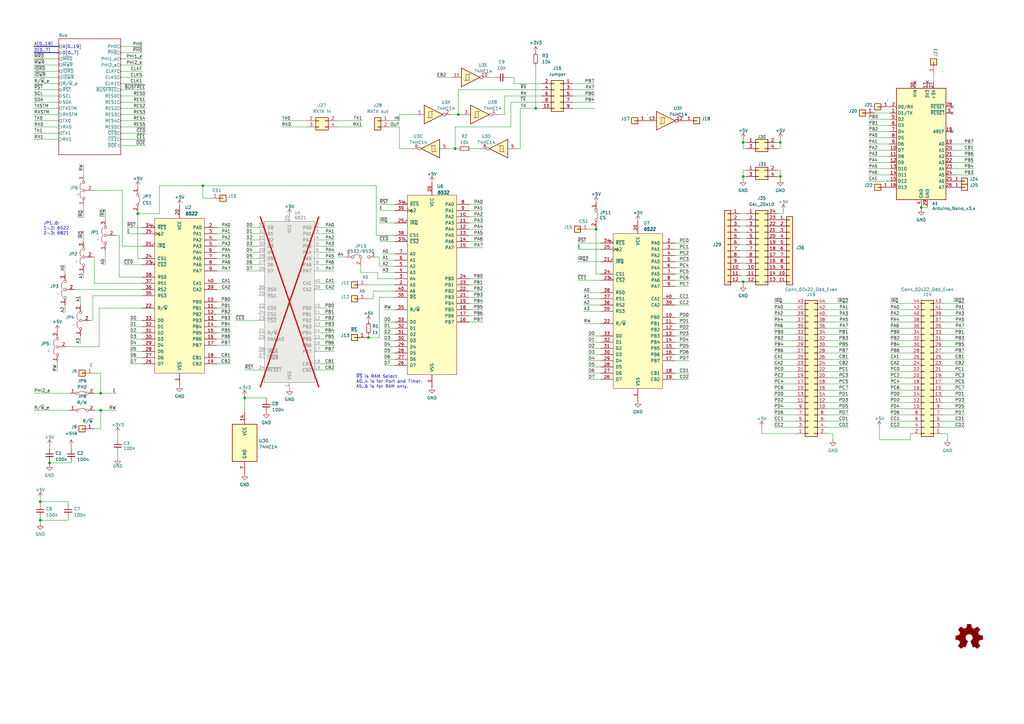
<source format=kicad_sch>
(kicad_sch (version 20231120) (generator "eeschema") (generator_version "8.0")
  (paper "A3")
  (title_block (title "Unicomp v3 - MOS Parallel Board") (date "2024-10-01") (rev "v1.0") (company "100% Offner") (comment 1 "v1.0: Initial"))
  (junction (at 41.275 168.275))
  (junction (at 304.8 72.39))
  (junction (at 16.51 213.36))
  (junction (at 320.04 58.42))
  (junction (at 41.275 161.29))
  (junction (at 244.475 93.98))
  (junction (at 377.825 85.09))
  (junction (at 219.71 44.45))
  (junction (at 151.13 138.43))
  (junction (at 304.8 58.42))
  (junction (at 16.51 205.74))
  (junction (at 56.515 87.63))
  (junction (at 320.04 72.39))
  (junction (at 186.69 60.96))
  (junction (at 187.96 46.99))
  (junction (at 20.32 189.865))
  (junction (at 100.33 163.195))
  (junction (at 304.8 115.57))
  (junction (at 83.185 76.2))
  (no_connect (at 380.365 33.655))
  (no_connect (at 375.285 33.655))
  (no_connect (at 390.525 53.975))
  (no_connect (at 390.525 43.815))
  (no_connect (at 390.525 46.355))
  (wire (pts (xy 241.3 150.495) (xy 246.38 150.495)))
  (wire (pts (xy 377.825 84.455) (xy 377.825 85.09)))
  (wire (pts (xy 53.34 146.685) (xy 58.42 146.685)))
  (wire (pts (xy 155.575 83.82) (xy 161.925 83.82)))
  (wire (pts (xy 83.185 76.2) (xy 154.305 76.2)))
  (wire (pts (xy 386.715 175.26) (xy 395.605 175.26)))
  (wire (pts (xy 303.53 102.87) (xy 306.07 102.87)))
  (wire (pts (xy 386.715 157.48) (xy 395.605 157.48)))
  (wire (pts (xy 151.13 138.43) (xy 155.575 138.43)))
  (wire (pts (xy 303.53 92.71) (xy 306.07 92.71)))
  (wire (pts (xy 13.97 39.37) (xy 24.13 39.37)))
  (wire (pts (xy 246.38 112.395) (xy 244.475 112.395)))
  (wire (pts (xy 88.9 136.525) (xy 94.615 136.525)))
  (wire (pts (xy 13.97 31.75) (xy 24.13 31.75)))
  (wire (pts (xy 131.445 151.765) (xy 137.16 151.765)))
  (wire (pts (xy 276.86 142.875) (xy 282.575 142.875)))
  (wire (pts (xy 386.715 129.54) (xy 395.605 129.54)))
  (wire (pts (xy 320.04 58.42) (xy 320.04 60.96)))
  (wire (pts (xy 390.525 64.135) (xy 399.415 64.135)))
  (wire (pts (xy 304.8 58.42) (xy 306.07 58.42)))
  (wire (pts (xy 13.97 41.91) (xy 24.13 41.91)))
  (wire (pts (xy 88.9 141.605) (xy 94.615 141.605)))
  (wire (pts (xy 156.845 111.76) (xy 161.925 111.76)))
  (wire (pts (xy 234.95 41.91) (xy 243.84 41.91)))
  (wire (pts (xy 131.445 111.125) (xy 137.16 111.125)))
  (wire (pts (xy 234.95 44.45) (xy 243.84 44.45)))
  (wire (pts (xy 53.34 136.525) (xy 58.42 136.525)))
  (wire (pts (xy 53.34 133.985) (xy 58.42 133.985)))
  (wire (pts (xy 241.3 140.335) (xy 246.38 140.335)))
  (wire (pts (xy 339.09 127) (xy 347.98 127)))
  (wire (pts (xy 317.5 154.94) (xy 326.39 154.94)))
  (wire (pts (xy 34.29 67.31) (xy 34.29 71.755)))
  (wire (pts (xy 49.53 34.29) (xy 58.42 34.29)))
  (wire (pts (xy 48.895 96.52) (xy 46.99 96.52)))
  (wire (pts (xy 317.5 167.64) (xy 326.39 167.64)))
  (wire (pts (xy 303.53 105.41) (xy 306.07 105.41)))
  (wire (pts (xy 131.445 93.345) (xy 137.16 93.345)))
  (wire (pts (xy 187.96 36.83) (xy 222.25 36.83)))
  (wire (pts (xy 386.715 127) (xy 395.605 127)))
  (wire (pts (xy 386.715 132.08) (xy 395.605 132.08)))
  (wire (pts (xy 131.445 128.905) (xy 137.16 128.905)))
  (wire (pts (xy 339.09 137.16) (xy 347.98 137.16)))
  (wire (pts (xy 131.445 144.145) (xy 137.16 144.145)))
  (wire (pts (xy 365.125 154.94) (xy 374.015 154.94)))
  (wire (pts (xy 210.82 31.75) (xy 210.82 34.29)))
  (wire (pts (xy 356.235 69.215) (xy 365.125 69.215)))
  (wire (pts (xy 20.32 190.5) (xy 20.32 189.865)))
  (wire (pts (xy 163.83 49.53) (xy 160.02 49.53)))
  (wire (pts (xy 210.82 34.29) (xy 222.25 34.29)))
  (wire (pts (xy 244.475 93.345) (xy 244.475 93.98)))
  (wire (pts (xy 219.71 44.45) (xy 222.25 44.45)))
  (wire (pts (xy 186.69 52.07) (xy 209.55 52.07)))
  (wire (pts (xy 157.48 137.16) (xy 161.925 137.16)))
  (wire (pts (xy 20.32 189.865) (xy 29.21 189.865)))
  (wire (pts (xy 26.67 125.095) (xy 26.67 128.27)))
  (wire (pts (xy 192.405 101.6) (xy 198.12 101.6)))
  (wire (pts (xy 317.5 132.08) (xy 326.39 132.08)))
  (wire (pts (xy 53.34 131.445) (xy 58.42 131.445)))
  (wire (pts (xy 276.86 140.335) (xy 282.575 140.335)))
  (wire (pts (xy 192.405 132.08) (xy 198.12 132.08)))
  (wire (pts (xy 192.405 114.3) (xy 198.12 114.3)))
  (wire (pts (xy 317.5 127) (xy 326.39 127)))
  (wire (pts (xy 386.715 124.46) (xy 395.605 124.46)))
  (wire (pts (xy 50.8 108.585) (xy 58.42 108.585)))
  (wire (pts (xy 209.55 41.91) (xy 222.25 41.91)))
  (wire (pts (xy 276.86 114.935) (xy 282.575 114.935)))
  (wire (pts (xy 40.64 126.365) (xy 40.64 142.24)))
  (wire (pts (xy 320.04 60.96) (xy 318.77 60.96)))
  (wire (pts (xy 41.275 175.895) (xy 41.275 168.275)))
  (wire (pts (xy 187.96 46.99) (xy 185.42 46.99)))
  (wire (pts (xy 43.18 102.87) (xy 43.18 108.585)))
  (wire (pts (xy 276.86 155.575) (xy 282.575 155.575)))
  (wire (pts (xy 365.125 129.54) (xy 374.015 129.54)))
  (wire (pts (xy 304.8 72.39) (xy 304.8 73.66)))
  (wire (pts (xy 100.33 162.56) (xy 100.33 163.195)))
  (wire (pts (xy 168.91 60.96) (xy 163.83 60.96)))
  (wire (pts (xy 49.53 46.99) (xy 59.69 46.99)))
  (wire (pts (xy 303.53 97.79) (xy 306.07 97.79)))
  (wire (pts (xy 154.94 114.3) (xy 161.925 114.3)))
  (wire (pts (xy 23.495 148.59) (xy 23.495 152.4)))
  (wire (pts (xy 88.9 108.585) (xy 94.615 108.585)))
  (wire (pts (xy 38.1 121.285) (xy 58.42 121.285)))
  (wire (pts (xy 386.715 147.32) (xy 395.605 147.32)))
  (wire (pts (xy 156.845 106.68) (xy 161.925 106.68)))
  (wire (pts (xy 219.71 26.67) (xy 219.71 44.45)))
  (wire (pts (xy 150.495 122.555) (xy 153.035 122.555)))
  (wire (pts (xy 380.365 85.09) (xy 380.365 84.455)))
  (wire (pts (xy 13.97 46.99) (xy 24.13 46.99)))
  (wire (pts (xy 386.715 160.02) (xy 395.605 160.02)))
  (wire (pts (xy 157.48 142.24) (xy 161.925 142.24)))
  (wire (pts (xy 234.95 34.29) (xy 243.84 34.29)))
  (wire (pts (xy 49.53 54.61) (xy 59.69 54.61)))
  (wire (pts (xy 88.9 103.505) (xy 94.615 103.505)))
  (wire (pts (xy 365.125 137.16) (xy 374.015 137.16)))
  (wire (pts (xy 276.86 104.775) (xy 282.575 104.775)))
  (wire (pts (xy 34.29 84.455) (xy 34.29 89.535)))
  (wire (pts (xy 53.34 141.605) (xy 58.42 141.605)))
  (wire (pts (xy 13.97 54.61) (xy 24.13 54.61)))
  (wire (pts (xy 138.43 105.41) (xy 141.605 105.41)))
  (wire (pts (xy 13.97 161.29) (xy 28.575 161.29)))
  (wire (pts (xy 339.09 157.48) (xy 347.98 157.48)))
  (wire (pts (xy 192.405 121.92) (xy 198.12 121.92)))
  (wire (pts (xy 303.53 110.49) (xy 306.07 110.49)))
  (wire (pts (xy 303.53 107.95) (xy 306.07 107.95)))
  (wire (pts (xy 390.525 69.215) (xy 399.415 69.215)))
  (wire (pts (xy 38.735 105.41) (xy 38.735 116.205)))
  (wire (pts (xy 27.94 213.36) (xy 16.51 213.36)))
  (wire (pts (xy 304.8 115.57) (xy 306.07 115.57)))
  (wire (pts (xy 317.5 170.18) (xy 326.39 170.18)))
  (wire (pts (xy 365.125 175.26) (xy 374.015 175.26)))
  (wire (pts (xy 276.86 125.095) (xy 282.575 125.095)))
  (wire (pts (xy 88.9 133.985) (xy 94.615 133.985)))
  (wire (pts (xy 358.775 46.355) (xy 365.125 46.355)))
  (wire (pts (xy 339.09 147.32) (xy 347.98 147.32)))
  (wire (pts (xy 157.48 132.08) (xy 161.925 132.08)))
  (wire (pts (xy 239.395 120.015) (xy 246.38 120.015)))
  (wire (pts (xy 373.38 177.8) (xy 373.38 180.34)))
  (wire (pts (xy 49.53 26.67) (xy 58.42 26.67)))
  (wire (pts (xy 304.8 60.96) (xy 306.07 60.96)))
  (wire (pts (xy 339.09 162.56) (xy 347.98 162.56)))
  (wire (pts (xy 49.53 39.37) (xy 59.69 39.37)))
  (wire (pts (xy 154.305 96.52) (xy 154.305 76.2)))
  (wire (pts (xy 151.13 137.16) (xy 151.13 138.43)))
  (wire (pts (xy 386.715 165.1) (xy 395.605 165.1)))
  (wire (pts (xy 236.855 99.695) (xy 246.38 99.695)))
  (wire (pts (xy 192.405 93.98) (xy 198.12 93.98)))
  (wire (pts (xy 207.01 39.37) (xy 207.01 46.99)))
  (wire (pts (xy 339.09 170.18) (xy 347.98 170.18)))
  (wire (pts (xy 276.86 130.175) (xy 282.575 130.175)))
  (wire (pts (xy 320.04 69.85) (xy 320.04 72.39)))
  (wire (pts (xy 153.035 122.555) (xy 153.035 119.38)))
  (wire (pts (xy 154.305 96.52) (xy 161.925 96.52)))
  (wire (pts (xy 50.165 100.965) (xy 50.165 78.105)))
  (wire (pts (xy 303.53 100.33) (xy 306.07 100.33)))
  (wire (pts (xy 192.405 91.44) (xy 198.12 91.44)))
  (wire (pts (xy 192.405 127) (xy 198.12 127)))
  (wire (pts (xy 43.18 85.725) (xy 43.18 90.17)))
  (wire (pts (xy 115.57 52.07) (xy 125.73 52.07)))
  (wire (pts (xy 88.9 126.365) (xy 94.615 126.365)))
  (wire (pts (xy 303.53 113.03) (xy 306.07 113.03)))
  (wire (pts (xy 115.57 49.53) (xy 125.73 49.53)))
  (wire (pts (xy 155.575 99.06) (xy 161.925 99.06)))
  (wire (pts (xy 386.715 170.18) (xy 395.605 170.18)))
  (wire (pts (xy 339.09 154.94) (xy 347.98 154.94)))
  (wire (pts (xy 365.125 142.24) (xy 374.015 142.24)))
  (wire (pts (xy 131.445 98.425) (xy 137.16 98.425)))
  (wire (pts (xy 88.9 128.905) (xy 94.615 128.905)))
  (wire (pts (xy 365.125 134.62) (xy 374.015 134.62)))
  (wire (pts (xy 276.86 147.955) (xy 282.575 147.955)))
  (wire (pts (xy 96.52 131.445) (xy 106.045 131.445)))
  (wire (pts (xy 304.8 72.39) (xy 306.07 72.39)))
  (wire (pts (xy 13.97 34.29) (xy 24.13 34.29)))
  (wire (pts (xy 213.36 60.96) (xy 213.36 44.45)))
  (wire (pts (xy 41.275 153.035) (xy 41.275 161.29)))
  (wire (pts (xy 373.38 177.8) (xy 374.015 177.8)))
  (wire (pts (xy 303.53 95.25) (xy 306.07 95.25)))
  (wire (pts (xy 153.035 119.38) (xy 161.925 119.38)))
  (wire (pts (xy 155.575 109.22) (xy 155.575 105.41)))
  (wire (pts (xy 356.235 64.135) (xy 365.125 64.135)))
  (wire (pts (xy 49.53 31.75) (xy 58.42 31.75)))
  (wire (pts (xy 303.53 115.57) (xy 304.8 115.57)))
  (wire (pts (xy 27.305 142.24) (xy 40.64 142.24)))
  (wire (pts (xy 49.53 41.91) (xy 59.69 41.91)))
  (bus (pts (xy 24.13 19.05) (xy 13.97 19.05)))
  (wire (pts (xy 155.575 86.36) (xy 161.925 86.36)))
  (wire (pts (xy 16.51 205.74) (xy 16.51 207.01)))
  (wire (pts (xy 365.125 167.64) (xy 374.015 167.64)))
  (wire (pts (xy 317.5 134.62) (xy 326.39 134.62)))
  (wire (pts (xy 382.905 30.48) (xy 382.905 33.655)))
  (wire (pts (xy 187.96 46.99) (xy 187.96 36.83)))
  (wire (pts (xy 239.395 125.095) (xy 246.38 125.095)))
  (wire (pts (xy 365.125 124.46) (xy 374.015 124.46)))
  (wire (pts (xy 88.9 111.125) (xy 94.615 111.125)))
  (wire (pts (xy 26.67 108.585) (xy 26.67 112.395)))
  (wire (pts (xy 13.97 57.15) (xy 24.13 57.15)))
  (wire (pts (xy 390.525 66.675) (xy 399.415 66.675)))
  (wire (pts (xy 155.575 105.41) (xy 154.305 105.41)))
  (wire (pts (xy 100.33 163.195) (xy 109.22 163.195)))
  (wire (pts (xy 131.445 149.225) (xy 137.16 149.225)))
  (wire (pts (xy 200.66 31.75) (xy 203.2 31.75)))
  (wire (pts (xy 49.53 57.15) (xy 59.69 57.15)))
  (wire (pts (xy 386.715 154.94) (xy 395.605 154.94)))
  (wire (pts (xy 339.09 129.54) (xy 347.98 129.54)))
  (wire (pts (xy 100.965 98.425) (xy 106.045 98.425)))
  (wire (pts (xy 356.235 56.515) (xy 365.125 56.515)))
  (wire (pts (xy 38.735 153.035) (xy 41.275 153.035)))
  (wire (pts (xy 88.9 95.885) (xy 94.615 95.885)))
  (wire (pts (xy 234.95 39.37) (xy 243.84 39.37)))
  (wire (pts (xy 41.275 161.29) (xy 38.735 161.29)))
  (wire (pts (xy 187.96 60.96) (xy 186.69 60.96)))
  (wire (pts (xy 131.445 95.885) (xy 137.16 95.885)))
  (wire (pts (xy 386.715 142.24) (xy 395.605 142.24)))
  (wire (pts (xy 192.405 129.54) (xy 198.12 129.54)))
  (wire (pts (xy 244.475 112.395) (xy 244.475 93.98)))
  (wire (pts (xy 317.5 124.46) (xy 326.39 124.46)))
  (wire (pts (xy 321.31 87.63) (xy 318.77 87.63)))
  (wire (pts (xy 154.94 111.76) (xy 147.955 111.76)))
  (wire (pts (xy 49.53 24.13) (xy 58.42 24.13)))
  (wire (pts (xy 147.955 111.76) (xy 147.955 109.22)))
  (wire (pts (xy 58.42 106.045) (xy 56.515 106.045)))
  (wire (pts (xy 50.165 78.105) (xy 38.1 78.105)))
  (wire (pts (xy 27.94 212.09) (xy 27.94 213.36)))
  (wire (pts (xy 16.51 214.63) (xy 16.51 213.36)))
  (wire (pts (xy 52.07 95.885) (xy 58.42 95.885)))
  (wire (pts (xy 320.04 69.85) (xy 318.77 69.85)))
  (wire (pts (xy 365.125 147.32) (xy 374.015 147.32)))
  (wire (pts (xy 241.3 153.035) (xy 246.38 153.035)))
  (wire (pts (xy 339.09 139.7) (xy 347.98 139.7)))
  (wire (pts (xy 148.59 52.07) (xy 138.43 52.07)))
  (wire (pts (xy 49.53 49.53) (xy 59.69 49.53)))
  (wire (pts (xy 276.86 107.315) (xy 282.575 107.315)))
  (wire (pts (xy 53.34 149.225) (xy 58.42 149.225)))
  (wire (pts (xy 16.51 213.36) (xy 16.51 212.09)))
  (wire (pts (xy 154.94 114.3) (xy 154.94 111.76)))
  (wire (pts (xy 276.86 145.415) (xy 282.575 145.415)))
  (wire (pts (xy 163.83 52.07) (xy 160.02 52.07)))
  (wire (pts (xy 88.9 123.825) (xy 94.615 123.825)))
  (wire (pts (xy 339.09 144.78) (xy 347.98 144.78)))
  (wire (pts (xy 131.445 133.985) (xy 137.16 133.985)))
  (wire (pts (xy 13.97 36.83) (xy 24.13 36.83)))
  (wire (pts (xy 365.125 172.72) (xy 374.015 172.72)))
  (wire (pts (xy 339.09 142.24) (xy 347.98 142.24)))
  (wire (pts (xy 13.97 52.07) (xy 24.13 52.07)))
  (wire (pts (xy 131.445 108.585) (xy 137.16 108.585)))
  (wire (pts (xy 49.53 52.07) (xy 59.69 52.07)))
  (wire (pts (xy 88.9 146.685) (xy 94.615 146.685)))
  (wire (pts (xy 317.5 149.86) (xy 326.39 149.86)))
  (wire (pts (xy 36.83 131.445) (xy 38.1 131.445)))
  (wire (pts (xy 239.395 127.635) (xy 246.38 127.635)))
  (wire (pts (xy 212.09 60.96) (xy 213.36 60.96)))
  (wire (pts (xy 100.33 163.195) (xy 100.33 168.91)))
  (wire (pts (xy 390.525 59.055) (xy 399.415 59.055)))
  (wire (pts (xy 303.53 87.63) (xy 306.07 87.63)))
  (wire (pts (xy 34.29 111.76) (xy 34.29 114.3)))
  (wire (pts (xy 388.62 177.8) (xy 388.62 180.34)))
  (wire (pts (xy 27.94 205.74) (xy 27.94 207.01)))
  (wire (pts (xy 365.125 152.4) (xy 374.015 152.4)))
  (wire (pts (xy 386.715 149.86) (xy 395.605 149.86)))
  (wire (pts (xy 148.59 49.53) (xy 138.43 49.53)))
  (wire (pts (xy 29.21 189.23) (xy 29.21 189.865)))
  (wire (pts (xy 365.125 149.86) (xy 374.015 149.86)))
  (wire (pts (xy 157.48 144.78) (xy 161.925 144.78)))
  (wire (pts (xy 189.23 46.99) (xy 187.96 46.99)))
  (wire (pts (xy 48.895 113.665) (xy 48.895 96.52)))
  (wire (pts (xy 360.68 175.26) (xy 360.68 180.34)))
  (wire (pts (xy 207.01 46.99) (xy 204.47 46.99)))
  (wire (pts (xy 65.405 87.63) (xy 56.515 87.63)))
  (wire (pts (xy 88.9 116.205) (xy 94.615 116.205)))
  (wire (pts (xy 365.125 139.7) (xy 374.015 139.7)))
  (wire (pts (xy 386.715 162.56) (xy 395.605 162.56)))
  (wire (pts (xy 317.5 162.56) (xy 326.39 162.56)))
  (wire (pts (xy 157.48 149.86) (xy 161.925 149.86)))
  (wire (pts (xy 236.855 102.235) (xy 246.38 102.235)))
  (wire (pts (xy 49.53 36.83) (xy 59.69 36.83)))
  (wire (pts (xy 150.495 138.43) (xy 151.13 138.43)))
  (wire (pts (xy 38.735 175.895) (xy 41.275 175.895)))
  (wire (pts (xy 208.28 31.75) (xy 210.82 31.75)))
  (wire (pts (xy 377.825 85.09) (xy 377.825 85.725)))
  (wire (pts (xy 49.53 59.69) (xy 59.69 59.69)))
  (wire (pts (xy 192.405 124.46) (xy 198.12 124.46)))
  (wire (pts (xy 196.85 60.96) (xy 193.04 60.96)))
  (wire (pts (xy 186.69 60.96) (xy 184.15 60.96)))
  (wire (pts (xy 156.845 104.14) (xy 161.925 104.14)))
  (wire (pts (xy 13.97 29.21) (xy 24.13 29.21)))
  (wire (pts (xy 365.125 165.1) (xy 374.015 165.1)))
  (wire (pts (xy 317.5 175.26) (xy 326.39 175.26)))
  (wire (pts (xy 41.275 168.275) (xy 38.735 168.275)))
  (wire (pts (xy 339.09 132.08) (xy 347.98 132.08)))
  (wire (pts (xy 83.185 81.28) (xy 83.185 76.2)))
  (wire (pts (xy 157.48 147.32) (xy 161.925 147.32)))
  (wire (pts (xy 56.515 86.995) (xy 56.515 87.63)))
  (wire (pts (xy 241.935 93.98) (xy 244.475 93.98)))
  (wire (pts (xy 236.855 114.935) (xy 246.38 114.935)))
  (wire (pts (xy 386.715 134.62) (xy 395.605 134.62)))
  (wire (pts (xy 239.395 122.555) (xy 246.38 122.555)))
  (wire (pts (xy 339.09 165.1) (xy 347.98 165.1)))
  (wire (pts (xy 192.405 99.06) (xy 198.12 99.06)))
  (wire (pts (xy 339.09 177.8) (xy 341.63 177.8)))
  (wire (pts (xy 48.26 185.42) (xy 48.26 187.96)))
  (wire (pts (xy 131.445 126.365) (xy 137.16 126.365)))
  (wire (pts (xy 209.55 52.07) (xy 209.55 41.91)))
  (wire (pts (xy 276.86 137.795) (xy 282.575 137.795)))
  (wire (pts (xy 356.235 51.435) (xy 365.125 51.435)))
  (wire (pts (xy 100.965 95.885) (xy 106.045 95.885)))
  (wire (pts (xy 192.405 116.84) (xy 198.12 116.84)))
  (wire (pts (xy 13.97 44.45) (xy 24.13 44.45)))
  (wire (pts (xy 304.8 116.84) (xy 304.8 115.57)))
  (wire (pts (xy 339.09 134.62) (xy 347.98 134.62)))
  (wire (pts (xy 83.185 76.2) (xy 65.405 76.2)))
  (wire (pts (xy 41.275 161.29) (xy 47.625 161.29)))
  (wire (pts (xy 150.495 116.84) (xy 161.925 116.84)))
  (wire (pts (xy 131.445 136.525) (xy 137.16 136.525)))
  (wire (pts (xy 88.9 139.065) (xy 94.615 139.065)))
  (wire (pts (xy 131.445 118.745) (xy 137.16 118.745)))
  (wire (pts (xy 276.86 112.395) (xy 282.575 112.395)))
  (wire (pts (xy 49.53 19.05) (xy 58.42 19.05)))
  (wire (pts (xy 377.825 85.09) (xy 380.365 85.09)))
  (wire (pts (xy 339.09 152.4) (xy 347.98 152.4)))
  (wire (pts (xy 192.405 83.82) (xy 198.12 83.82)))
  (wire (pts (xy 100.965 93.345) (xy 106.045 93.345)))
  (wire (pts (xy 386.715 167.64) (xy 395.605 167.64)))
  (wire (pts (xy 155.575 121.92) (xy 155.575 138.43)))
  (wire (pts (xy 192.405 86.36) (xy 198.12 86.36)))
  (wire (pts (xy 276.86 109.855) (xy 282.575 109.855)))
  (wire (pts (xy 109.22 163.195) (xy 109.22 163.83)))
  (wire (pts (xy 192.405 96.52) (xy 198.12 96.52)))
  (wire (pts (xy 241.3 147.955) (xy 246.38 147.955)))
  (wire (pts (xy 65.405 76.2) (xy 65.405 87.63)))
  (wire (pts (xy 131.445 100.965) (xy 137.16 100.965)))
  (wire (pts (xy 356.235 59.055) (xy 365.125 59.055)))
  (wire (pts (xy 49.53 21.59) (xy 58.42 21.59)))
  (wire (pts (xy 170.18 46.99) (xy 163.83 46.99)))
  (wire (pts (xy 13.97 24.13) (xy 24.13 24.13)))
  (wire (pts (xy 356.235 74.295) (xy 365.125 74.295)))
  (wire (pts (xy 317.5 142.24) (xy 326.39 142.24)))
  (wire (pts (xy 239.395 132.715) (xy 246.38 132.715)))
  (wire (pts (xy 13.97 26.67) (xy 24.13 26.67)))
  (wire (pts (xy 317.5 144.78) (xy 326.39 144.78)))
  (wire (pts (xy 320.04 72.39) (xy 320.04 73.66)))
  (wire (pts (xy 38.1 131.445) (xy 38.1 121.285)))
  (wire (pts (xy 38.1 105.41) (xy 38.735 105.41)))
  (wire (pts (xy 365.125 170.18) (xy 374.015 170.18)))
  (wire (pts (xy 155.575 91.44) (xy 161.925 91.44)))
  (wire (pts (xy 317.5 152.4) (xy 326.39 152.4)))
  (wire (pts (xy 49.53 44.45) (xy 59.69 44.45)))
  (wire (pts (xy 276.86 135.255) (xy 282.575 135.255)))
  (wire (pts (xy 40.64 126.365) (xy 58.42 126.365)))
  (wire (pts (xy 320.04 57.15) (xy 320.04 58.42)))
  (wire (pts (xy 276.86 99.695) (xy 282.575 99.695)))
  (wire (pts (xy 386.715 172.72) (xy 395.605 172.72)))
  (wire (pts (xy 390.525 71.755) (xy 399.415 71.755)))
  (wire (pts (xy 131.445 139.065) (xy 137.16 139.065)))
  (wire (pts (xy 317.5 147.32) (xy 326.39 147.32)))
  (wire (pts (xy 33.02 137.795) (xy 33.02 140.97)))
  (wire (pts (xy 241.3 137.795) (xy 246.38 137.795)))
  (wire (pts (xy 234.95 36.83) (xy 243.84 36.83)))
  (wire (pts (xy 317.5 129.54) (xy 326.39 129.54)))
  (wire (pts (xy 365.125 127) (xy 374.015 127)))
  (wire (pts (xy 53.34 139.065) (xy 58.42 139.065)))
  (wire (pts (xy 100.965 106.045) (xy 106.045 106.045)))
  (wire (pts (xy 52.07 93.345) (xy 58.42 93.345)))
  (wire (pts (xy 356.235 71.755) (xy 365.125 71.755)))
  (wire (pts (xy 100.33 151.765) (xy 106.045 151.765)))
  (wire (pts (xy 100.965 111.125) (xy 106.045 111.125)))
  (wire (pts (xy 241.3 145.415) (xy 246.38 145.415)))
  (wire (pts (xy 339.09 175.26) (xy 347.98 175.26)))
  (wire (pts (xy 339.09 160.02) (xy 347.98 160.02)))
  (wire (pts (xy 49.53 29.21) (xy 58.42 29.21)))
  (wire (pts (xy 155.575 121.92) (xy 161.925 121.92)))
  (wire (pts (xy 356.235 61.595) (xy 365.125 61.595)))
  (wire (pts (xy 317.5 157.48) (xy 326.39 157.48)))
  (wire (pts (xy 276.86 117.475) (xy 282.575 117.475)))
  (wire (pts (xy 276.86 153.035) (xy 282.575 153.035)))
  (wire (pts (xy 88.9 118.745) (xy 94.615 118.745)))
  (wire (pts (xy 356.235 48.895) (xy 365.125 48.895)))
  (wire (pts (xy 20.32 182.88) (xy 20.32 184.15)))
  (wire (pts (xy 192.405 88.9) (xy 198.12 88.9)))
  (wire (pts (xy 365.125 157.48) (xy 374.015 157.48)))
  (wire (pts (xy 131.445 141.605) (xy 137.16 141.605)))
  (wire (pts (xy 16.51 205.74) (xy 27.94 205.74)))
  (wire (pts (xy 317.5 160.02) (xy 326.39 160.02)))
  (wire (pts (xy 356.235 53.975) (xy 365.125 53.975)))
  (wire (pts (xy 53.34 144.145) (xy 58.42 144.145)))
  (wire (pts (xy 163.83 46.99) (xy 163.83 49.53)))
  (wire (pts (xy 157.48 134.62) (xy 161.925 134.62)))
  (wire (pts (xy 365.125 144.78) (xy 374.015 144.78)))
  (wire (pts (xy 320.04 72.39) (xy 318.77 72.39)))
  (wire (pts (xy 48.26 177.8) (xy 48.26 180.34)))
  (wire (pts (xy 13.97 49.53) (xy 24.13 49.53)))
  (wire (pts (xy 163.83 60.96) (xy 163.83 52.07)))
  (wire (pts (xy 155.575 109.22) (xy 161.925 109.22)))
  (wire (pts (xy 131.445 106.045) (xy 137.16 106.045)))
  (wire (pts (xy 157.48 139.7) (xy 161.925 139.7)))
  (wire (pts (xy 365.125 162.56) (xy 374.015 162.56)))
  (bus (pts (xy 24.13 21.59) (xy 13.97 21.59)))
  (wire (pts (xy 304.8 57.15) (xy 304.8 58.42)))
  (wire (pts (xy 390.525 61.595) (xy 399.415 61.595)))
  (wire (pts (xy 386.715 144.78) (xy 395.605 144.78)))
  (wire (pts (xy 100.965 100.965) (xy 106.045 100.965)))
  (wire (pts (xy 276.86 132.715) (xy 282.575 132.715)))
  (wire (pts (xy 317.5 139.7) (xy 326.39 139.7)))
  (wire (pts (xy 365.125 132.08) (xy 374.015 132.08)))
  (wire (pts (xy 236.855 107.315) (xy 246.38 107.315)))
  (wire (pts (xy 386.715 137.16) (xy 395.605 137.16)))
  (wire (pts (xy 88.9 100.965) (xy 94.615 100.965)))
  (wire (pts (xy 386.715 177.8) (xy 388.62 177.8)))
  (wire (pts (xy 365.125 160.02) (xy 374.015 160.02)))
  (wire (pts (xy 360.68 180.34) (xy 373.38 180.34)))
  (wire (pts (xy 312.42 177.8) (xy 326.39 177.8)))
  (wire (pts (xy 131.445 131.445) (xy 137.16 131.445)))
  (wire (pts (xy 276.86 122.555) (xy 282.575 122.555)))
  (wire (pts (xy 30.48 118.745) (xy 58.42 118.745)))
  (wire (pts (xy 88.9 131.445) (xy 94.615 131.445)))
  (wire (pts (xy 192.405 119.38) (xy 198.12 119.38)))
  (wire (pts (xy 356.235 66.675) (xy 365.125 66.675)))
  (wire (pts (xy 34.29 94.615) (xy 34.29 99.06)))
  (wire (pts (xy 157.48 127) (xy 161.925 127)))
  (wire (pts (xy 186.69 60.96) (xy 186.69 52.07)))
  (wire (pts (xy 317.5 137.16) (xy 326.39 137.16)))
  (wire (pts (xy 241.3 142.875) (xy 246.38 142.875)))
  (wire (pts (xy 88.9 106.045) (xy 94.615 106.045)))
  (wire (pts (xy 13.97 168.275) (xy 28.575 168.275)))
  (wire (pts (xy 33.02 121.285) (xy 33.02 125.095)))
  (wire (pts (xy 20.32 189.865) (xy 20.32 189.23)))
  (wire (pts (xy 131.445 116.205) (xy 137.16 116.205)))
  (wire (pts (xy 339.09 167.64) (xy 347.98 167.64)))
  (wire (pts (xy 86.36 81.28) (xy 83.185 81.28)))
  (wire (pts (xy 304.8 69.85) (xy 306.07 69.85)))
  (wire (pts (xy 339.09 124.46) (xy 347.98 124.46)))
  (wire (pts (xy 321.31 86.36) (xy 321.31 87.63)))
  (wire (pts (xy 48.895 113.665) (xy 58.42 113.665)))
  (wire (pts (xy 38.735 116.205) (xy 58.42 116.205)))
  (wire (pts (xy 88.9 149.225) (xy 94.615 149.225)))
  (wire (pts (xy 320.04 58.42) (xy 318.77 58.42)))
  (wire (pts (xy 317.5 172.72) (xy 326.39 172.72)))
  (wire (pts (xy 386.715 152.4) (xy 395.605 152.4)))
  (wire (pts (xy 16.51 204.47) (xy 16.51 205.74)))
  (wire (pts (xy 88.9 93.345) (xy 94.615 93.345)))
  (wire (pts (xy 56.515 106.045) (xy 56.515 87.63)))
  (wire (pts (xy 339.09 172.72) (xy 347.98 172.72)))
  (wire (pts (xy 213.36 44.45) (xy 219.71 44.45)))
  (wire (pts (xy 304.8 69.85) (xy 304.8 72.39)))
  (wire (pts (xy 29.21 182.88) (xy 29.21 184.15)))
  (wire (pts (xy 100.965 103.505) (xy 106.045 103.505)))
  (wire (pts (xy 304.8 58.42) (xy 304.8 60.96)))
  (wire (pts (xy 303.53 90.17) (xy 306.07 90.17)))
  (wire (pts (xy 41.275 168.275) (xy 47.625 168.275)))
  (wire (pts (xy 131.445 103.505) (xy 137.16 103.505)))
  (wire (pts (xy 312.42 175.26) (xy 312.42 177.8)))
  (wire (pts (xy 241.3 155.575) (xy 246.38 155.575)))
  (wire (pts (xy 339.09 149.86) (xy 347.98 149.86)))
  (wire (pts (xy 100.965 108.585) (xy 106.045 108.585)))
  (wire (pts (xy 88.9 98.425) (xy 94.615 98.425)))
  (wire (pts (xy 276.86 102.235) (xy 282.575 102.235)))
  (wire (pts (xy 341.63 177.8) (xy 341.63 180.34)))
  (wire (pts (xy 185.42 31.75) (xy 179.07 31.75)))
  (wire (pts (xy 386.715 139.7) (xy 395.605 139.7)))
  (wire (pts (xy 207.01 39.37) (xy 222.25 39.37)))
  (wire (pts (xy 50.165 100.965) (xy 58.42 100.965)))
  (wire (pts (xy 317.5 165.1) (xy 326.39 165.1)))
  (text "~{RS} is RAM Select\nA0..4 is for Port and Timer,\nA5..6 is for RAM only." (at 146.05 159.385 0) (effects (font (size 1.27 1.27)) (justify left bottom)))
  (text "JP1..6:\n1-2: 6522\n2-3: 6821" (at 17.78 96.52 0) (effects (font (size 1.27 1.27)) (justify left bottom)))
  (label "PA5" (at 198.12 96.52 180))
  (label "D6" (at 100.965 108.585 0))
  (label "PC3" (at 395.605 154.94 180))
  (label "~{IOWR}" (at 13.97 31.75 0))
  (label "PA7" (at 94.615 111.125 180))
  (label "PD7" (at 282.575 147.955 180))
  (label "PB7" (at 94.615 141.605 180))
  (label "IN" (at 163.83 49.53 180))
  (label "SDA" (at 13.97 41.91 0))
  (label "PA1" (at 356.235 59.055 0))
  (label "D5" (at 100.965 106.045 0))
  (label "PC5" (at 347.98 157.48 180))
  (label "PA3" (at 395.605 129.54 180))
  (label "PA4" (at 365.125 132.08 0))
  (label "PB0" (at 317.5 137.16 0))
  (label "PD3" (at 282.575 137.795 180))
  (label "RES3" (at 59.69 46.99 180))
  (label "PB7" (at 137.16 144.145 180))
  (label "D4" (at 100.965 103.505 0))
  (label "PB1" (at 356.235 51.435 0))
  (label "PC3" (at 347.98 154.94 180))
  (label "A2" (at 26.67 128.27 90))
  (label "PB6" (at 399.415 64.135 180))
  (label "PB2" (at 94.615 128.905 180))
  (label "TX" (at 215.9 44.45 180))
  (label "RW" (at 34.29 67.31 270))
  (label "PA4" (at 317.5 132.08 0))
  (label "PA6" (at 198.12 99.06 180))
  (label "~{IRQ}" (at 155.575 91.44 0))
  (label "D7" (at 157.48 149.86 0))
  (label "PA6" (at 365.125 134.62 0))
  (label "PA7" (at 243.84 36.83 180))
  (label "PD5" (at 395.605 167.64 180))
  (label "~{RST}" (at 236.855 99.695 0))
  (label "PHI2_e" (at 58.42 26.67 180))
  (label "PD4" (at 282.575 140.335 180))
  (label "PA6" (at 137.16 108.585 180))
  (label "CB2" (at 347.98 149.86 180))
  (label "PA6" (at 94.615 108.585 180))
  (label "~{IRQ2}" (at 236.855 107.315 0))
  (label "D2" (at 157.48 137.16 0))
  (label "D3" (at 241.3 145.415 0))
  (label "D2" (at 53.34 136.525 0))
  (label "TX0" (at 13.97 49.53 0))
  (label "PC7" (at 395.605 160.02 180))
  (label "CB1" (at 399.415 61.595 180))
  (label "PD3" (at 347.98 165.1 180))
  (label "A3" (at 239.395 127.635 0))
  (label "PB1" (at 198.12 116.84 180))
  (label "PD6" (at 365.125 170.18 0))
  (label "~{IRQ}" (at 34.29 89.535 90))
  (label "CA1" (at 94.615 116.205 180))
  (label "PH0" (at 58.42 19.05 180))
  (label "PD2" (at 317.5 165.1 0))
  (label "A2" (at 239.395 125.095 0))
  (label "TXSTM" (at 13.97 44.45 0))
  (label "PB6" (at 365.125 144.78 0))
  (label "PA5" (at 94.615 106.045 180))
  (label "PA1" (at 198.12 86.36 180))
  (label "CLKS" (at 58.42 31.75 180))
  (label "PB4" (at 399.415 69.215 180))
  (label "D6" (at 157.48 147.32 0))
  (label "RW" (at 157.48 127 0))
  (label "A1" (at 33.02 121.285 270))
  (label "PB5" (at 94.615 136.525 180))
  (label "PB1" (at 347.98 137.16 180))
  (label "PB4" (at 137.16 136.525 180))
  (label "PB0" (at 94.615 123.825 180))
  (label "A0" (at 239.395 120.015 0))
  (label "A3" (at 33.02 140.97 90))
  (label "TX1" (at 13.97 54.61 0))
  (label "PC2" (at 365.125 154.94 0))
  (label "RX1" (at 13.97 57.15 0))
  (label "CC1" (at 365.125 172.72 0))
  (label "A0" (at 43.18 108.585 90))
  (label "PB3" (at 137.16 133.985 180))
  (label "PB6" (at 317.5 144.78 0))
  (label "PB6" (at 198.12 129.54 180))
  (label "PB0" (at 243.84 39.37 180))
  (label "~{RX}" (at 213.36 36.83 0))
  (label "~{RST}" (at 155.575 83.82 0))
  (label "PC1" (at 395.605 152.4 180))
  (label "~{IRQ}" (at 365.125 124.46 0))
  (label "D1" (at 53.34 133.985 0))
  (label "PC6" (at 365.125 160.02 0))
  (label "A1" (at 239.395 122.555 0))
  (label "A1" (at 34.29 114.3 90))
  (label "~{RST}" (at 13.97 36.83 0))
  (label "R{slash}~{W}_e" (at 13.97 34.29 0))
  (label "~{PH0}" (at 58.42 21.59 180))
  (label "A4" (at 138.43 105.41 0))
  (label "CLKF" (at 58.42 29.21 180))
  (label "D0" (at 100.965 93.345 0))
  (label "PB4" (at 198.12 124.46 180))
  (label "PD5" (at 282.575 142.875 180))
  (label "D1" (at 100.965 95.885 0))
  (label "~{IRQ}" (at 317.5 124.46 0))
  (label "PA3" (at 198.12 91.44 180))
  (label "PB6" (at 137.16 141.605 180))
  (label "PA0" (at 356.235 56.515 0))
  (label "PA1" (at 395.605 127 180))
  (label "A1" (at 156.845 106.68 0))
  (label "D4" (at 157.48 142.24 0))
  (label "D1" (at 241.3 140.335 0))
  (label "PB5" (at 399.415 66.675 180))
  (label "PC6" (at 317.5 160.02 0))
  (label "PA6" (at 356.235 71.755 0))
  (label "PA2" (at 317.5 129.54 0))
  (label "~{RST}" (at 52.07 93.345 0))
  (label "~{TX}" (at 213.36 41.91 0))
  (label "PA4" (at 94.615 103.505 180))
  (label "PD1" (at 347.98 162.56 180))
  (label "PC2" (at 282.575 104.775 180))
  (label "CC2" (at 317.5 175.26 0))
  (label "CA2" (at 365.125 149.86 0))
  (label "PA4" (at 137.16 103.505 180))
  (label "~{IORD}" (at 13.97 29.21 0))
  (label "CA1" (at 356.235 74.295 0))
  (label "PA0" (at 317.5 127 0))
  (label "CD2" (at 395.605 175.26 180))
  (label "~{IRQ2}" (at 347.98 124.46 180))
  (label "D0" (at 53.34 131.445 0))
  (label "PA2" (at 137.16 98.425 180))
  (label "RW" (at 47.625 168.275 180))
  (label "PB6" (at 94.615 139.065 180))
  (label "PA3" (at 94.615 100.965 180))
  (label "PB3" (at 94.615 131.445 180))
  (label "D5" (at 157.48 144.78 0))
  (label "D3" (at 53.34 139.065 0))
  (label "RX0" (at 115.57 52.07 0))
  (label "PC4" (at 365.125 157.48 0))
  (label "PC1" (at 347.98 152.4 180))
  (label "PB1" (at 137.16 128.905 180))
  (label "~{IRQ}" (at 34.29 94.615 270))
  (label "PA2" (at 94.615 98.425 180))
  (label "PD4" (at 365.125 167.64 0))
  (label "PA7" (at 137.16 111.125 180))
  (label "TX0" (at 115.57 49.53 0))
  (label "D6" (at 241.3 153.035 0))
  (label "PA5" (at 137.16 106.045 180))
  (label "PA7" (at 347.98 134.62 180))
  (label "D7" (at 241.3 155.575 0))
  (label "PB7" (at 243.84 34.29 180))
  (label "D3" (at 157.48 139.7 0))
  (label "~{CE0}" (at 59.69 54.61 180))
  (label "~{CE0}" (at 155.575 99.06 0))
  (label "A0" (at 26.67 108.585 270))
  (label "R{slash}~{W}_e" (at 13.97 168.275 0))
  (label "SCL" (at 13.97 39.37 0))
  (label "E" (at 155.575 86.36 0))
  (label "RES0" (at 59.69 39.37 180))
  (label "CLK1" (at 58.42 34.29 180))
  (label "PB1" (at 94.615 126.365 180))
  (label "CB2" (at 395.605 149.86 180))
  (label "PC0" (at 282.575 99.695 180))
  (label "PB7" (at 395.605 144.78 180))
  (label "PB7" (at 399.415 59.055 180))
  (label "PB2" (at 365.125 139.7 0))
  (label "PHI2_e" (at 13.97 161.29 0))
  (label "PB7" (at 198.12 132.08 180))
  (label "PB3" (at 399.415 71.755 180))
  (label "PA1" (at 137.16 95.885 180))
  (label "CB2" (at 179.07 31.75 0))
  (label "CD1" (at 282.575 153.035 180))
  (label "PC3" (at 282.575 107.315 180))
  (label "PD3" (at 395.605 165.1 180))
  (label "TX1" (at 148.59 49.53 180))
  (label "PA4" (at 356.235 66.675 0))
  (label "PA1" (at 347.98 127 180))
  (label "PD6" (at 282.575 145.415 180))
  (label "D[0..7]" (at 13.97 21.59 0))
  (label "CA2" (at 137.16 118.745 180))
  (label "PA0" (at 365.125 127 0))
  (label "PD7" (at 347.98 170.18 180))
  (label "PD6" (at 317.5 170.18 0))
  (label "~{MWR}" (at 13.97 26.67 0))
  (label "~{CE0}" (at 96.52 131.445 0))
  (label "PC0" (at 317.5 152.4 0))
  (label "D5" (at 241.3 150.495 0))
  (label "CB1" (at 347.98 147.32 180))
  (label "A2" (at 156.845 109.22 0))
  (label "CB2" (at 94.615 149.225 180))
  (label "RXSTM" (at 13.97 46.99 0))
  (label "RW" (at 239.395 132.715 0))
  (label "A3" (at 156.845 111.76 0))
  (label "PA6" (at 317.5 134.62 0))
  (label "~{IRQ}" (at 43.18 85.725 270))
  (label "PD4" (at 317.5 167.64 0))
  (label "~{CE1}" (at 59.69 57.15 180))
  (label "PB5" (at 137.16 139.065 180))
  (label "CA1" (at 365.125 147.32 0))
  (label "CD2" (at 347.98 175.26 180))
  (label "CB1" (at 94.615 146.685 180))
  (label "PB7" (at 347.98 144.78 180))
  (label "OUT" (at 163.83 52.07 180))
  (label "PB0" (at 356.235 48.895 0))
  (label "PA5" (at 395.605 132.08 180))
  (label "PB4" (at 317.5 142.24 0))
  (label "PD0" (at 282.575 130.175 180))
  (label "CA1" (at 137.16 116.205 180))
  (label "RW" (at 23.495 152.4 90))
  (label "RX" (at 213.36 39.37 0))
  (label "PA0" (at 94.615 93.345 180))
  (label "PB4" (at 94.615 133.985 180))
  (label "D5" (at 53.34 144.145 0))
  (label "PB0" (at 198.12 114.3 180))
  (label "PB3" (at 198.12 121.92 180))
  (label "PA2" (at 198.12 88.9 180))
  (label "CD1" (at 395.605 172.72 180))
  (label "PD0" (at 365.125 162.56 0))
  (label "PB5" (at 395.605 142.24 180))
  (label "PA5" (at 347.98 132.08 180))
  (label "PA5" (at 356.235 69.215 0))
  (label "PD1" (at 282.575 132.715 180))
  (label "PB5" (at 347.98 142.24 180))
  (label "PA3" (at 347.98 129.54 180))
  (label "PC6" (at 282.575 114.935 180))
  (label "PA4" (at 198.12 93.98 180))
  (label "D3" (at 100.965 100.965 0))
  (label "~{BUSFREE}" (at 59.69 36.83 180))
  (label "CC2" (at 282.575 125.095 180))
  (label "PB1" (at 395.605 137.16 180))
  (label "D1" (at 157.48 134.62 0))
  (label "PC7" (at 282.575 117.475 180))
  (label "E" (at 47.625 161.29 180))
  (label "PA3" (at 356.235 64.135 0))
  (label "PB3" (at 395.605 139.7 180))
  (label "~{CE0}" (at 50.8 108.585 0))
  (label "CA2" (at 317.5 149.86 0))
  (label "PB2" (at 198.12 119.38 180))
  (label "PC1" (at 282.575 102.235 180))
  (label "D6" (at 53.34 146.685 0))
  (label "PB0" (at 365.125 137.16 0))
  (label "PA0" (at 137.16 93.345 180))
  (label "~{CE1}" (at 236.855 114.935 0))
  (label "PB3" (at 347.98 139.7 180))
  (label "PC7" (at 347.98 160.02 180))
  (label "PC4" (at 282.575 109.855 180))
  (label "PD2" (at 365.125 165.1 0))
  (label "CC1" (at 317.5 172.72 0))
  (label "A[0..19]" (at 13.97 19.05 0))
  (label "CB1" (at 137.16 149.225 180))
  (label "E" (at 52.07 95.885 0))
  (label "D7" (at 53.34 149.225 0))
  (label "PC5" (at 282.575 112.395 180))
  (label "PB5" (at 198.12 127 180))
  (label "~{MRD}" (at 13.97 24.13 0))
  (label "PA1" (at 94.615 95.885 180))
  (label "D7" (at 100.965 111.125 0))
  (label "PC5" (at 395.605 157.48 180))
  (label "PA2" (at 356.235 61.595 0))
  (label "A0" (at 156.845 104.14 0))
  (label "PD1" (at 395.605 162.56 180))
  (label "PB2" (at 356.235 53.975 0))
  (label "~{DOE}" (at 59.69 59.69 180))
  (label "PB2" (at 137.16 131.445 180))
  (label "E" (at 236.855 102.235 0))
  (label "CC2" (at 365.125 175.26 0))
  (label "PC2" (at 317.5 154.94 0))
  (label "D2" (at 100.965 98.425 0))
  (label "CB2" (at 137.16 151.765 180))
  (label "CC1" (at 282.575 122.555 180))
  (label "PB4" (at 243.84 41.91 180))
  (label "D0" (at 241.3 137.795 0))
  (label "CD1" (at 347.98 172.72 180))
  (label "PD0" (at 317.5 162.56 0))
  (label "RES5" (at 59.69 52.07 180))
  (label "PB4" (at 365.125 142.24 0))
  (label "RX1" (at 148.59 52.07 180))
  (label "D2" (at 241.3 142.875 0))
  (label "PB2" (at 317.5 139.7 0))
  (label "CA1" (at 317.5 147.32 0))
  (label "RX0" (at 13.97 52.07 0))
  (label "PD7" (at 395.605 170.18 180))
  (label "RES4" (at 59.69 49.53 180))
  (label "PD2" (at 282.575 135.255 180))
  (label "RES1" (at 59.69 41.91 180))
  (label "PB0" (at 137.16 126.365 180))
  (label "PA3" (at 137.16 100.965 180))
  (label "~{RST}" (at 100.33 151.765 0))
  (label "D4" (at 53.34 141.605 0))
  (label "CD2" (at 282.575 155.575 180))
  (label "PC0" (at 365.125 152.4 0))
  (label "PA2" (at 365.125 129.54 0))
  (label "D0" (at 157.48 132.08 0))
  (label "~{IRQ2}" (at 395.605 124.46 180))
  (label "PA7" (at 395.605 134.62 180))
  (label "RES2" (at 59.69 44.45 180))
  (label "D4" (at 241.3 147.955 0))
  (label "CB1" (at 395.605 147.32 180))
  (label "CA2" (at 94.615 118.745 180))
  (label "PC4" (at 317.5 157.48 0))
  (label "PHI1_e" (at 58.42 24.13 180))
  (label "PA0" (at 198.12 83.82 180))
  (label "PA7" (at 198.12 101.6 180))
  (label "PD5" (at 347.98 167.64 180))
  (symbol (lib_id "Connector_Generic:Conn_01x01") (at 395.605 74.295 0) (unit 1) (in_bom no)
    (property "Reference" "J24" (at 397.637 73.4603 0) (effects (justify left)))
    (property "Value" "." (at 391.16 71.12 0) (effects (justify left)))
    (property "Footprint" "Connector_PinHeader_2.00mm:PinHeader_1x01_P2.00mm_Vertical" (effects (hide yes)))
  )
  (symbol (lib_id "Jumper:Jumper_2_Bridged") (at 56.515 81.915 270) (unit 1) (in_bom no)
    (property "Reference" "JP7" (at 58.42 80.6449 90) (effects (justify left)))
    (property "Value" "CS1" (at 58.42 83.1849 90) (effects (justify left)))
    (property "Footprint" "Jumper:SolderJumper-2_P1.3mm_Bridged_RoundedPad1.0x1.5mm" (effects (hide yes)))
  )
  (symbol (lib_id "power:+5V") (at 312.42 175.26 0) (unit 1)
    (property "Reference" "#PWR034" (effects (hide yes)))
    (property "Value" "+5V" (at 312.42 171.6842 0))
  )
  (symbol (lib_id "Jumper:Jumper_2_Bridged") (at 244.475 88.265 270) (unit 1) (in_bom no)
    (property "Reference" "JP11" (at 245.872 87.241 90) (effects (justify left)))
    (property "Value" "CS" (at 245.872 89.289 90) (effects (justify left)))
    (property "Footprint" "Jumper:SolderJumper-2_P1.3mm_Bridged_RoundedPad1.0x1.5mm" (effects (hide yes)))
  )
  (symbol (lib_id "Interface:6821") (at 118.745 123.825 0) (unit 1) (in_bom no) (on_board no) (dnp yes)
    (property "Reference" "U4" (at 120.7009 87.225 0) (effects (justify left)))
    (property "Value" "6821" (at 120.7009 89.273 0) (effects (justify left)))
    (property "Footprint" "Package_DIP:DIP-40_W15.24mm" (effects (hide yes)))
    (property "Datasheet" "http://pdf.datasheetcatalog.com/datasheet/motorola/6821.pdf" (effects (hide yes)))
  )
  (symbol (lib_id "power:GND") (at 388.62 180.34 0) (unit 1)
    (property "Reference" "#PWR029" (effects (hide yes)))
    (property "Value" "GND" (at 388.62 184.7834 0))
  )
  (symbol (lib_id "Connector_Generic:Conn_01x01") (at 360.045 76.835 0) (mirror y) (unit 1) (in_bom no)
    (property "Reference" "J22" (at 358.013 76.0003 0) (effects (justify left)))
    (property "Value" "." (at 364.49 73.66 0) (effects (justify left)))
    (property "Footprint" "Connector_PinHeader_2.00mm:PinHeader_1x01_P2.00mm_Vertical" (effects (hide yes)))
  )
  (symbol (lib_id "Jumper:Jumper_2_Bridged") (at 33.655 168.275 0) (unit 1) (in_bom no)
    (property "Reference" "JP8" (at 33.655 162.56 0))
    (property "Value" "R/W" (at 33.655 165.1 0))
    (property "Footprint" "Jumper:SolderJumper-2_P1.3mm_Bridged_RoundedPad1.0x1.5mm" (effects (hide yes)))
  )
  (symbol (lib_id "power:+3V3") (at 100.33 162.56 0) (unit 1)
    (property "Reference" "#PWR018" (effects (hide yes)))
    (property "Value" "+3V3" (at 100.33 158.9842 0))
  )
  (symbol (lib_id "power:+5V") (at 23.495 135.89 0) (unit 1)
    (property "Reference" "#PWR014" (effects (hide yes)))
    (property "Value" "+5V" (at 23.495 131.945 0))
  )
  (symbol (lib_id "Connector_Generic:Conn_01x01") (at 33.655 153.035 0) (mirror y) (unit 1) (in_bom no)
    (property "Reference" "J8" (at 31.623 152.2003 0) (effects (justify left)))
    (property "Value" "E" (at 38.1 149.86 0) (effects (justify left)))
    (property "Footprint" "Connector_PinHeader_2.00mm:PinHeader_1x01_P2.00mm_Vertical" (effects (hide yes)))
  )
  (symbol (lib_id "power:+3V3") (at 48.26 177.8 0) (unit 1)
    (property "Reference" "#PWR08" (effects (hide yes)))
    (property "Value" "+3V3" (at 48.26 174.2242 0))
    (property "Description" "Power symbol creates a global label with name \"+3V3\"" (effects (hide yes)))
  )
  (symbol (lib_id "Device:C_Small") (at 29.21 186.69 0) (unit 1)
    (property "Reference" "C2" (at 31.5341 185.8616 0) (effects (justify left)))
    (property "Value" "100n" (at 31.5341 188.3985 0) (effects (justify left)))
    (property "Footprint" "Capacitor_SMD:C_1206_3216Metric" (effects (hide yes)))
    (property "Description" "Unpolarized capacitor, small symbol" (effects (hide yes)))
  )
  (symbol (lib_id "power:GND") (at 320.04 73.66 0) (unit 1)
    (property "Reference" "#PWR039" (effects (hide yes)))
    (property "Value" "GND" (at 320.04 78.1034 0))
  )
  (symbol (lib_id "74xx:74HC14") (at 177.8 46.99 0) (unit 1)
    (property "Reference" "U3" (at 182.88 41.9131 0))
    (property "Value" "74HC14" (at 182.88 44.45 0))
    (property "Footprint" "Package_SO:SOIC-14_3.9x8.7mm_P1.27mm" (effects (hide yes)))
    (property "Datasheet" "http://www.ti.com/lit/gpn/sn74HC14" (effects (hide yes)))
  )
  (symbol (lib_id "Device:C_Small") (at 205.74 31.75 90) (unit 1)
    (property "Reference" "C9" (at 205.7463 25.4 90))
    (property "Value" "10n" (at 205.7463 27.94 90))
    (property "Footprint" "Capacitor_SMD:C_1206_3216Metric" (effects (hide yes)))
  )
  (symbol (lib_id "Connector_Generic:Conn_01x12") (at 298.45 100.33 0) (mirror y) (unit 1) (in_bom no)
    (property "Reference" "J29" (at 295.91 100.3299 0) (effects (justify left)))
    (property "Value" "Conn_01x12" (effects (hide yes)))
    (property "Footprint" "Connector_PinSocket_2.54mm:PinSocket_1x12_P2.54mm_Vertical" (effects (hide yes)))
    (property "Description" "Generic connector, single row, 01x12, script generated (kicad-library-utils/schlib/autogen/connector/)" (effects (hide yes)))
  )
  (symbol (lib_id "74xx:74HC14") (at 193.04 31.75 0) (unit 5)
    (property "Reference" "U3" (at 198.12 26.6731 0))
    (property "Value" "74HC14" (at 198.12 29.21 0))
    (property "Footprint" "Package_SO:SOIC-14_3.9x8.7mm_P1.27mm" (effects (hide yes)))
    (property "Datasheet" "http://www.ti.com/lit/gpn/sn74HC14" (effects (hide yes)))
  )
  (symbol (lib_id "Connector_Generic:Conn_01x01") (at 145.415 138.43 0) (mirror y) (unit 1) (in_bom no)
    (property "Reference" "J13" (at 143.383 137.5953 0) (effects (justify left)))
    (property "Value" "~{RS}" (at 146.558 135.382 0) (effects (justify left)))
    (property "Footprint" "Connector_PinHeader_2.00mm:PinHeader_1x01_P2.00mm_Vertical" (effects (hide yes)))
  )
  (symbol (lib_id "65xx:W65C22NxP") (at 73.66 121.285 0) (unit 1)
    (property "Reference" "U2" (at 75.8541 85.09 0) (effects (justify left)))
    (property "Value" "6522" (at 75.8541 87.63 0) (effects (font (bold yes) (italic yes)) (justify left)))
    (property "Footprint" "Package_DIP:DIP-40_W15.24mm_Socket" (effects (hide yes)))
    (property "Datasheet" "http://www.westerndesigncenter.com/wdc/documentation/w65c22.pdf" (effects (hide yes)))
  )
  (symbol (lib_id "Connector_Generic:Conn_01x01") (at 145.415 116.84 0) (mirror y) (unit 1) (in_bom no)
    (property "Reference" "J11" (at 143.383 116.0053 0) (effects (justify left)))
    (property "Value" "A5" (at 151.13 113.665 0) (effects (justify left)))
    (property "Footprint" "Connector_PinHeader_2.00mm:PinHeader_1x01_P2.00mm_Vertical" (effects (hide yes)))
  )
  (symbol (lib_id "65xx:W65C22NxP") (at 261.62 127.635 0) (unit 1)
    (property "Reference" "U7" (at 263.8141 91.44 0) (effects (justify left)))
    (property "Value" "6522" (at 263.8141 93.98 0) (effects (font (bold yes) (italic yes)) (justify left)))
    (property "Footprint" "Package_DIP:DIP-40_W15.24mm_Socket" (effects (hide yes)))
    (property "Datasheet" "http://www.westerndesigncenter.com/wdc/documentation/w65c22.pdf" (effects (hide yes)))
  )
  (symbol (lib_id "Jumper:Jumper_3_Open") (at 43.18 96.52 90) (unit 1)
    (property "Reference" "JP1" (at 40.64 95.2499 90) (effects (justify left)))
    (property "Value" "." (at 40.64 97.7899 90) (effects (justify left)))
    (property "Footprint" "Connector_PinHeader_2.54mm:PinHeader_1x03_P2.54mm_Vertical" (effects (hide yes)))
  )
  (symbol (lib_id "power:GND") (at 261.62 164.465 0) (unit 1)
    (property "Reference" "#PWR032" (effects (hide yes)))
    (property "Value" "GND" (at 261.62 168.9084 0))
  )
  (symbol (lib_id "Connector_Generic:Conn_01x01") (at 145.415 122.555 0) (mirror y) (unit 1) (in_bom no)
    (property "Reference" "J12" (at 143.383 121.7203 0) (effects (justify left)))
    (property "Value" "A6" (at 149.86 119.38 0) (effects (justify left)))
    (property "Footprint" "Connector_PinHeader_2.00mm:PinHeader_1x01_P2.00mm_Vertical" (effects (hide yes)))
  )
  (symbol (lib_id "power:+5V") (at 360.68 175.26 0) (unit 1)
    (property "Reference" "#PWR028" (effects (hide yes)))
    (property "Value" "+5V" (at 360.68 171.6842 0))
  )
  (symbol (lib_id "power:GND") (at 304.8 73.66 0) (unit 1)
    (property "Reference" "#PWR040" (effects (hide yes)))
    (property "Value" "GND" (at 304.8 78.1034 0))
  )
  (symbol (lib_id "Connector_Generic:Conn_01x01") (at 260.35 49.53 0) (mirror y) (unit 1) (in_bom no)
    (property "Reference" "J17" (at 258.318 48.6953 0) (effects (justify left)))
    (property "Value" "." (at 266.065 46.355 0) (effects (justify left)))
    (property "Footprint" "Connector_PinHeader_2.00mm:PinHeader_1x01_P2.00mm_Vertical" (effects (hide yes)))
  )
  (symbol (lib_id "Device:R_Small") (at 219.71 24.13 0) (unit 1)
    (property "Reference" "R3" (at 222.25 22.8599 0) (effects (justify left)))
    (property "Value" "10k" (at 222.25 25.3999 0) (effects (justify left)))
    (property "Footprint" "Resistor_SMD:R_1206_3216Metric_Pad1.30x1.75mm_HandSolder" (effects (hide yes)))
  )
  (symbol (lib_id "power:GND") (at 304.8 116.84 0) (unit 1)
    (property "Reference" "#PWR042" (effects (hide yes)))
    (property "Value" "GND" (at 304.8 121.2834 0))
  )
  (symbol (lib_id "power:+5V") (at 73.66 84.455 0) (unit 1)
    (property "Reference" "#PWR016" (effects (hide yes)))
    (property "Value" "+5V" (at 73.66 80.8792 0))
  )
  (symbol (lib_id "power:+5V") (at 304.8 57.15 0) (unit 1)
    (property "Reference" "#PWR037" (effects (hide yes)))
    (property "Value" "+5V" (at 304.8 53.5742 0))
  )
  (symbol (lib_id "74xx:74HC14") (at 100.33 181.61 0) (unit 7)
    (property "Reference" "U3" (at 106.172 180.7753 0) (effects (justify left)))
    (property "Value" "74HC14" (at 106.172 183.3122 0) (effects (justify left)))
    (property "Footprint" "Package_SO:SOIC-14_3.9x8.7mm_P1.27mm" (effects (hide yes)))
    (property "Datasheet" "http://www.ti.com/lit/gpn/sn74HC14" (effects (hide yes)))
  )
  (symbol (lib_id "power:+5V") (at 177.165 74.93 0) (unit 1)
    (property "Reference" "#PWR026" (effects (hide yes)))
    (property "Value" "+5V" (at 177.165 71.3542 0))
  )
  (symbol (lib_id "Connector_Generic:Conn_01x01") (at 91.44 81.28 0) (unit 1) (in_bom no)
    (property "Reference" "J10" (at 93.472 80.4453 0) (effects (justify left)))
    (property "Value" "CS1" (at 86.995 78.105 0) (effects (justify left)))
    (property "Footprint" "Connector_PinHeader_2.00mm:PinHeader_1x01_P2.00mm_Vertical" (effects (hide yes)))
  )
  (symbol (lib_id "Device:R_Small") (at 151.13 134.62 0) (unit 1)
    (property "Reference" "R1" (at 152.6286 133.7853 0) (effects (justify left)))
    (property "Value" "1k" (at 152.6286 136.3222 0) (effects (justify left)))
    (property "Footprint" "Resistor_SMD:R_1206_3216Metric_Pad1.30x1.75mm_HandSolder" (effects (hide yes)))
  )
  (symbol (lib_id "power:GND") (at 118.745 159.385 0) (unit 1)
    (property "Reference" "#PWR022" (effects (hide yes)))
    (property "Value" "GND" (at 118.745 163.8284 0))
  )
  (symbol (lib_id "Jumper:Jumper_3_Open") (at 33.02 131.445 90) (unit 1)
    (property "Reference" "JP4" (at 30.48 130.1749 90) (effects (justify left)))
    (property "Value" "." (at 30.48 132.7149 90) (effects (justify left)))
    (property "Footprint" "Connector_PinHeader_2.54mm:PinHeader_1x03_P2.54mm_Vertical" (effects (hide yes)))
  )
  (symbol (lib_id "Device:C_Small") (at 16.51 209.55 0) (unit 1)
    (property "Reference" "C6" (at 18.8341 208.7216 0) (effects (justify left)))
    (property "Value" "100n" (at 18.8341 211.2585 0) (effects (justify left)))
    (property "Footprint" "Capacitor_SMD:C_1206_3216Metric" (effects (hide yes)))
  )
  (symbol (lib_id "Connector_Generic:Conn_01x01") (at 285.75 49.53 0) (unit 1) (in_bom no)
    (property "Reference" "J18" (at 287.782 48.6953 0) (effects (justify left)))
    (property "Value" "." (at 281.305 46.355 0) (effects (justify left)))
    (property "Footprint" "Connector_PinHeader_2.00mm:PinHeader_1x01_P2.00mm_Vertical" (effects (hide yes)))
  )
  (symbol (lib_id "Jumper:Jumper_2_Bridged") (at 33.655 161.29 0) (unit 1) (in_bom no)
    (property "Reference" "JP9" (at 33.655 156.21 0))
    (property "Value" "PH2" (at 33.655 158.75 0))
    (property "Footprint" "Jumper:SolderJumper-2_P1.3mm_Bridged_RoundedPad1.0x1.5mm" (effects (hide yes)))
  )
  (symbol (lib_id "74xx:74HC14") (at 176.53 60.96 0) (mirror y) (unit 3)
    (property "Reference" "U3" (at 171.45 55.8831 0))
    (property "Value" "74HC14" (at 171.45 58.42 0))
    (property "Footprint" "Package_SO:SOIC-14_3.9x8.7mm_P1.27mm" (effects (hide yes)))
    (property "Datasheet" "http://www.ti.com/lit/gpn/sn74HC14" (effects (hide yes)))
  )
  (symbol (lib_id "power:GND") (at 16.51 214.63 0) (unit 1)
    (property "Reference" "#PWR013" (effects (hide yes)))
    (property "Value" "GND" (at 16.51 219.0734 0))
  )
  (symbol (lib_id "power:GND") (at 177.165 158.75 0) (unit 1)
    (property "Reference" "#PWR027" (effects (hide yes)))
    (property "Value" "GND" (at 177.165 163.1934 0))
  )
  (symbol (lib_id "Connector_Generic:Conn_02x05_Odd_Even") (at 229.87 39.37 0) (mirror y) (unit 1)
    (property "Reference" "J16" (at 228.6 27.94 0))
    (property "Value" "Jumper" (at 228.6 30.48 0))
    (property "Footprint" "Connector_PinSocket_2.54mm:PinSocket_2x05_P2.54mm_Vertical" (effects (hide yes)))
    (property "Description" "Generic connector, double row, 02x05, odd/even pin numbering scheme (row 1 odd numbers, row 2 even numbers), script generated (kicad-library-utils/schlib/autogen/connector/)" (effects (hide yes)))
  )
  (symbol (lib_id "power:+5V") (at 244.475 83.185 0) (unit 1)
    (property "Reference" "#PWR030" (effects (hide yes)))
    (property "Value" "+5V" (at 244.475 79.6092 0))
  )
  (symbol (lib_id "power:+5V") (at 320.04 57.15 0) (mirror y) (unit 1)
    (property "Reference" "#PWR038" (effects (hide yes)))
    (property "Value" "+5V" (at 320.04 53.5742 0))
  )
  (symbol (lib_id "power:GND") (at 20.32 190.5 0) (unit 1)
    (property "Reference" "#PWR03" (effects (hide yes)))
    (property "Value" "GND" (at 20.32 194.9434 0))
    (property "Description" "Power symbol creates a global label with name \"GND\" , ground" (effects (hide yes)))
  )
  (symbol (lib_id "Connector_Generic:Conn_02x12_Counter_Clockwise") (at 311.15 100.33 0) (unit 1) (in_bom no)
    (property "Reference" "J35" (at 312.42 81.28 0))
    (property "Value" "GAL_20x10" (at 312.42 83.82 0))
    (property "Footprint" "Package_DIP:DIP-24_W7.62mm" (effects (hide yes)))
    (property "Description" "Generic connector, double row, 02x12, counter clockwise pin numbering scheme (similar to DIP package numbering), script generated (kicad-library-utils/schlib/autogen/connector/)" (effects (hide yes)))
  )
  (symbol (lib_id "65xx:6532") (at 177.165 116.84 0) (unit 1)
    (property "Reference" "U6" (at 179.1844 76.3486 0) (effects (justify left)))
    (property "Value" "6532" (at 179.1844 78.9569 0) (effects (font (bold yes) (italic yes)) (justify left)))
    (property "Footprint" "Package_DIP:DIP-40_W15.24mm_Socket" (effects (hide yes)))
    (property "Datasheet" "http://www.6502.org/documents/datasheets/mos/mos_6532_riot.pdf" (effects (hide yes)))
  )
  (symbol (lib_id "74xx:74HC14") (at 204.47 60.96 0) (mirror y) (unit 4)
    (property "Reference" "U3" (at 199.39 55.8831 0))
    (property "Value" "74HC14" (at 199.39 58.42 0))
    (property "Footprint" "Package_SO:SOIC-14_3.9x8.7mm_P1.27mm" (effects (hide yes)))
    (property "Datasheet" "http://www.ti.com/lit/gpn/sn74HC14" (effects (hide yes)))
  )
  (symbol (lib_id "Device:C_Small") (at 109.22 166.37 0) (unit 1)
    (property "Reference" "C8" (at 111.5441 165.5416 0) (effects (justify left)))
    (property "Value" "100n" (at 111.5441 168.0785 0) (effects (justify left)))
    (property "Footprint" "Capacitor_SMD:C_1206_3216Metric" (effects (hide yes)))
  )
  (symbol (lib_id "power:GND") (at 48.26 187.96 0) (unit 1)
    (property "Reference" "#PWR09" (effects (hide yes)))
    (property "Value" "GND" (at 48.26 191.135 0))
    (property "Description" "Power symbol creates a global label with name \"GND\" , ground" (effects (hide yes)))
  )
  (symbol (lib_id "power:GND") (at 73.66 158.115 0) (unit 1)
    (property "Reference" "#PWR017" (effects (hide yes)))
    (property "Value" "GND" (at 73.66 162.5584 0))
  )
  (symbol (lib_id "power:GND") (at 341.63 180.34 0) (unit 1)
    (property "Reference" "#PWR035" (effects (hide yes)))
    (property "Value" "GND" (at 341.63 184.7834 0))
  )
  (symbol (lib_id "Connector_Generic:Conn_02x02_Odd_Even") (at 311.15 69.85 0) (unit 1) (in_bom no)
    (property "Reference" "J31" (at 312.674 67.31 0))
    (property "Value" "Conn_02x02_Odd_Even" (effects (hide yes)))
    (property "Footprint" "Connector_PinSocket_2.54mm:PinSocket_2x02_P2.54mm_Vertical" (effects (hide yes)))
    (property "Description" "Generic connector, double row, 02x02, odd/even pin numbering scheme (row 1 odd numbers, row 2 even numbers), script generated (kicad-library-utils/schlib/autogen/connector/)" (effects (hide yes)))
  )
  (symbol (lib_id "Connector_Generic:Conn_01x01") (at 360.045 43.815 0) (mirror y) (unit 1) (in_bom no)
    (property "Reference" "J21" (at 358.013 42.9803 0) (effects (justify left)))
    (property "Value" "." (at 364.49 40.64 0) (effects (justify left)))
    (property "Footprint" "Connector_PinHeader_2.00mm:PinHeader_1x01_P2.00mm_Vertical" (effects (hide yes)))
  )
  (symbol (lib_id "power:+5V") (at 261.62 90.805 0) (unit 1)
    (property "Reference" "#PWR031" (effects (hide yes)))
    (property "Value" "+5V" (at 261.62 87.2292 0))
  )
  (symbol (lib_id "Connector_Generic:Conn_02x02_Odd_Even") (at 130.81 49.53 0) (unit 1)
    (property "Reference" "J27" (at 132.08 43.18 0))
    (property "Value" "RXTX in" (at 132.08 45.72 0))
    (property "Footprint" "Connector_PinSocket_2.54mm:PinSocket_2x02_P2.54mm_Vertical" (effects (hide yes)))
    (property "Description" "Generic connector, double row, 02x02, odd/even pin numbering scheme (row 1 odd numbers, row 2 even numbers), script generated (kicad-library-utils/schlib/autogen/connector/)" (effects (hide yes)))
  )
  (symbol (lib_id "power:+5V") (at 56.515 76.835 0) (unit 1)
    (property "Reference" "#PWR015" (effects (hide yes)))
    (property "Value" "+5V" (at 56.515 73.2592 0))
  )
  (symbol (lib_id "Connector_Generic:Conn_01x01") (at 353.695 46.355 0) (mirror y) (unit 1) (in_bom no)
    (property "Reference" "J20" (at 351.663 45.5203 0) (effects (justify left)))
    (property "Value" "." (at 358.14 43.18 0) (effects (justify left)))
    (property "Footprint" "Connector_PinHeader_2.00mm:PinHeader_1x01_P2.00mm_Vertical" (effects (hide yes)))
  )
  (symbol (lib_id "power:+5V") (at 118.745 88.265 0) (unit 1)
    (property "Reference" "#PWR021" (effects (hide yes)))
    (property "Value" "+5V" (at 118.745 84.6892 0))
  )
  (symbol (lib_id "Connector_Generic:Conn_01x01") (at 236.855 93.98 0) (mirror y) (unit 1) (in_bom no)
    (property "Reference" "J15" (at 234.823 93.1453 0) (effects (justify left)))
    (property "Value" "CS1" (at 241.3 90.805 0) (effects (justify left)))
    (property "Footprint" "Connector_PinHeader_2.00mm:PinHeader_1x01_P2.00mm_Vertical" (effects (hide yes)))
  )
  (symbol (lib_id "Connector_Generic:Conn_02x02_Odd_Even") (at 311.15 58.42 0) (unit 1) (in_bom no)
    (property "Reference" "J30" (at 312.42 56.134 0))
    (property "Value" "Conn_02x02_Odd_Even" (effects (hide yes)))
    (property "Footprint" "Connector_PinSocket_2.54mm:PinSocket_2x02_P2.54mm_Vertical" (effects (hide yes)))
    (property "Description" "Generic connector, double row, 02x02, odd/even pin numbering scheme (row 1 odd numbers, row 2 even numbers), script generated (kicad-library-utils/schlib/autogen/connector/)" (effects (hide yes)))
  )
  (symbol (lib_id "power:+5V") (at 321.31 86.36 0) (unit 1)
    (property "Reference" "#PWR041" (effects (hide yes)))
    (property "Value" "+5V" (at 321.31 82.7842 0))
  )
  (symbol (lib_id "Jumper:Jumper_3_Open") (at 23.495 142.24 90) (unit 1)
    (property "Reference" "JP5" (at 20.32 140.9699 90) (effects (justify left)))
    (property "Value" "." (at 20.32 143.5099 90) (effects (justify left)))
    (property "Footprint" "Connector_PinHeader_2.54mm:PinHeader_1x03_P2.54mm_Vertical" (effects (hide yes)))
  )
  (symbol (lib_id "Connector_Generic:Conn_01x01") (at 382.905 25.4 270) (mirror x) (unit 1) (in_bom no)
    (property "Reference" "J23" (at 383.7397 23.368 0) (effects (justify left)))
    (property "Value" "." (at 386.08 29.845 0) (effects (justify left)))
    (property "Footprint" "Connector_PinHeader_2.00mm:PinHeader_1x01_P2.00mm_Vertical" (effects (hide yes)))
  )
  (symbol (lib_id "Connector_Generic:Conn_02x22_Odd_Even") (at 331.47 152.4 0) (mirror x) (unit 1)
    (property "Reference" "J19" (at 332.74 120.793 0))
    (property "Value" "Conn_02x22_Odd_Even" (at 332.74 118.745 0))
    (property "Footprint" "Connector_PinSocket_2.54mm:PinSocket_2x22_P2.54mm_Vertical" (effects (hide yes)))
  )
  (symbol (lib_id "Jumper:Jumper_3_Open") (at 34.29 78.105 90) (unit 1)
    (property "Reference" "JP6" (at 32.1559 77.081 90) (effects (justify left)))
    (property "Value" "." (at 32.1559 79.129 90) (effects (justify left)))
    (property "Footprint" "Connector_PinHeader_2.54mm:PinHeader_1x03_P2.54mm_Vertical" (effects (hide yes)))
  )
  (symbol (lib_id "power:+5V") (at 16.51 204.47 0) (unit 1)
    (property "Reference" "#PWR012" (effects (hide yes)))
    (property "Value" "+5V" (at 16.51 200.8942 0))
  )
  (symbol (lib_id "power:GND") (at 109.22 168.91 0) (unit 1)
    (property "Reference" "#PWR020" (effects (hide yes)))
    (property "Value" "GND" (at 109.22 173.3534 0))
  )
  (symbol (lib_id "power:GND") (at 100.33 194.31 0) (unit 1)
    (property "Reference" "#PWR019" (effects (hide yes)))
    (property "Value" "GND" (at 100.33 198.7534 0))
  )
  (symbol (lib_id "power:+5VA") (at 29.21 182.88 0) (unit 1)
    (property "Reference" "#PWR0121" (effects (hide yes)))
    (property "Value" "+5VA" (at 29.21 177.8 0))
    (property "Description" "Power symbol creates a global label with name \"+5VA\"" (effects (hide yes)))
  )
  (symbol (lib_id "Device:C_Small") (at 20.32 186.69 0) (unit 1)
    (property "Reference" "C1" (at 22.6441 185.8616 0) (effects (justify left)))
    (property "Value" "100n" (at 22.6441 188.3985 0) (effects (justify left)))
    (property "Footprint" "Capacitor_SMD:C_1206_3216Metric" (effects (hide yes)))
    (property "Description" "Unpolarized capacitor, small symbol" (effects (hide yes)))
  )
  (symbol (lib_id "Graphic:Logo_Open_Hardware_Small") (at 397.51 261.62 0) (unit 1) (exclude_from_sim yes) (in_bom no) (on_board no)
    (property "Reference" "#SYM1" (effects (hide yes)))
    (property "Value" "Logo_Open_Hardware_Small" (effects (hide yes)))
    (property "Description" "Open Hardware logo, small" (effects (hide yes)))
  )
  (symbol (lib_id "Connector_Generic:Conn_01x02") (at 154.94 49.53 0) (mirror y) (unit 1)
    (property "Reference" "J28" (at 154.94 43.18 0))
    (property "Value" "RXTX out" (at 154.94 45.72 0))
    (property "Footprint" "Connector_PinSocket_2.54mm:PinSocket_1x02_P2.54mm_Vertical" (effects (hide yes)))
    (property "Description" "Generic connector, single row, 01x02, script generated (kicad-library-utils/schlib/autogen/connector/)" (effects (hide yes)))
  )
  (symbol (lib_id "74xx:74HC14") (at 196.85 46.99 0) (unit 2)
    (property "Reference" "U3" (at 201.93 41.9131 0))
    (property "Value" "74HC14" (at 201.93 44.45 0))
    (property "Footprint" "Package_SO:SOIC-14_3.9x8.7mm_P1.27mm" (effects (hide yes)))
    (property "Datasheet" "http://www.ti.com/lit/gpn/sn74HC14" (effects (hide yes)))
  )
  (symbol (lib_id "Jumper:Jumper_3_Open") (at 34.29 105.41 90) (unit 1)
    (property "Reference" "JP2" (at 31.75 104.1399 90) (effects (justify left)))
    (property "Value" "." (at 31.75 106.6799 90) (effects (justify left)))
    (property "Footprint" "Connector_PinHeader_2.54mm:PinHeader_1x03_P2.54mm_Vertical" (effects (hide yes)))
  )
  (symbol (lib_id "power:+5V") (at 151.13 132.08 0) (unit 1)
    (property "Reference" "#PWR023" (effects (hide yes)))
    (property "Value" "+5V" (at 151.13 128.5042 0))
  )
  (symbol (lib_id "Device:R_Small") (at 190.5 60.96 90) (unit 1)
    (property "Reference" "R2" (at 190.5 55.88 90))
    (property "Value" "10k" (at 190.5 58.42 90))
    (property "Footprint" "Resistor_SMD:R_1206_3216Metric_Pad1.30x1.75mm_HandSolder" (effects (hide yes)))
  )
  (symbol (lib_id "power:+5V") (at 20.32 182.88 0) (unit 1)
    (property "Reference" "#PWR02" (effects (hide yes)))
    (property "Value" "+5V" (at 20.32 179.3042 0))
    (property "Description" "Power symbol creates a global label with name \"+5V\"" (effects (hide yes)))
  )
  (symbol (lib_id "74xx:74HC14") (at 273.05 49.53 0) (unit 6)
    (property "Reference" "U3" (at 278.13 44.4531 0))
    (property "Value" "74HC14" (at 278.13 46.99 0))
    (property "Footprint" "Package_SO:SOIC-14_3.9x8.7mm_P1.27mm" (effects (hide yes)))
    (property "Datasheet" "http://www.ti.com/lit/gpn/sn74HC14" (effects (hide yes)))
  )
  (symbol (lib_id "power:+3V3") (at 219.71 21.59 0) (unit 1)
    (property "Reference" "#PWR033" (effects (hide yes)))
    (property "Value" "+3V3" (at 219.71 17.526 0))
    (property "Description" "Power symbol creates a global label with name \"+3V3\"" (effects (hide yes)))
  )
  (symbol (lib_id "power:GND") (at 377.825 85.725 0) (unit 1)
    (property "Reference" "#PWR036" (effects (hide yes)))
    (property "Value" "GND" (at 377.825 90.1684 0))
  )
  (symbol (lib_id "MCU_Module:Arduino_Nano_v3.x") (at 377.825 59.055 0) (unit 1)
    (property "Reference" "A1" (at 382.3209 83.447 0) (effects (justify left)))
    (property "Value" "Arduino_Nano_v3.x" (at 382.3209 85.495 0) (effects (justify left)))
    (property "Footprint" "Module:Arduino_Nano" (effects (hide yes)))
    (property "Datasheet" "http://www.mouser.com/pdfdocs/Gravitech_Arduino_Nano3_0.pdf" (effects (hide yes)))
  )
  (symbol (lib_id "Jumper:Jumper_3_Open") (at 26.67 118.745 90) (unit 1)
    (property "Reference" "JP3" (at 24.13 117.4749 90) (effects (justify left)))
    (property "Value" "." (at 24.13 120.0149 90) (effects (justify left)))
    (property "Footprint" "Connector_PinHeader_2.54mm:PinHeader_1x03_P2.54mm_Vertical" (effects (hide yes)))
  )
  (symbol (lib_id "Jumper:Jumper_3_Bridged12") (at 147.955 105.41 0) (unit 1) (in_bom no)
    (property "Reference" "JP10" (at 147.955 100.9658 0))
    (property "Value" "6532/6530" (at 147.955 103.0138 0))
    (property "Footprint" "Jumper:SolderJumper-3_P1.3mm_Bridged12_Pad1.0x1.5mm_NumberLabels" (effects (hide yes)))
  )
  (symbol (lib_id "Connector_Generic:Conn_01x11") (at 323.85 102.87 0) (unit 1) (in_bom no)
    (property "Reference" "J36" (at 326.39 101.5999 0) (effects (justify left)))
    (property "Value" "Conn_01x11" (effects (hide yes)))
    (property "Footprint" "Connector_PinSocket_2.54mm:PinSocket_1x11_P2.54mm_Vertical" (effects (hide yes)))
    (property "Description" "Generic connector, single row, 01x11, script generated (kicad-library-utils/schlib/autogen/connector/)" (effects (hide yes)))
  )
  (symbol (lib_id "Device:C_Small") (at 27.94 209.55 0) (unit 1)
    (property "Reference" "C7" (at 30.2641 208.7216 0) (effects (justify left)))
    (property "Value" "100n" (at 30.2641 211.2585 0) (effects (justify left)))
    (property "Footprint" "Capacitor_SMD:C_1206_3216Metric" (effects (hide yes)))
  )
  (symbol (lib_id "Connector_Generic:Conn_02x22_Odd_Even") (at 381.635 152.4 180) (unit 1)
    (property "Reference" "J14" (at 380.365 120.793 0))
    (property "Value" "Conn_02x22_Odd_Even" (at 380.365 118.745 0))
    (property "Footprint" "Connector_PinHeader_2.54mm:PinHeader_2x22_P2.54mm_Horizontal" (effects (hide yes)))
  )
  (symbol (lib_id "Connector_Generic:Conn_01x01") (at 33.655 175.895 0) (mirror y) (unit 1) (in_bom no)
    (property "Reference" "J9" (at 31.623 175.0603 0) (effects (justify left)))
    (property "Value" "R/~{W}" (at 38.1 172.72 0) (effects (justify left)))
    (property "Footprint" "Connector_PinHeader_2.00mm:PinHeader_1x01_P2.00mm_Vertical" (effects (hide yes)))
  )
  (symbol (lib_id "Device:C_Small") (at 48.26 182.88 0) (unit 1)
    (property "Reference" "C3" (at 50.5841 181.8623 0) (effects (justify left)))
    (property "Value" "100n" (at 50.5841 183.9103 0) (effects (justify left)))
    (property "Footprint" "Capacitor_SMD:C_1206_3216Metric" (effects (hide yes)))
    (property "Description" "Unpolarized capacitor, small symbol" (effects (hide yes)))
  )
  (symbol (lib_id "Connector_Generic:Conn_01x01") (at 395.605 76.835 0) (unit 1) (in_bom no)
    (property "Reference" "J25" (at 397.637 76.0003 0) (effects (justify left)))
    (property "Value" "." (at 391.16 73.66 0) (effects (justify left)))
    (property "Footprint" "Connector_PinHeader_2.00mm:PinHeader_1x01_P2.00mm_Vertical" (effects (hide yes)))
  )
  (sheet (at 24.13 15.875) (size 25.4 47.625) (stroke (width 0.1524))
    (property "Sheetname" "Bus" (at 24.13 15.1634 0) (effects (justify left bottom)))
    (property "Sheetfile" "bus.kicad_sch" (effects (hide yes)))
    (pin "D[0..7]" bidirectional (at 24.13 21.59 180))
    (pin "TXSTM" output (at 24.13 44.45 180))
    (pin "RXSTM" input (at 24.13 46.99 180))
    (pin "~{MRD}" output (at 24.13 24.13 180))
    (pin "~{IORD}" output (at 24.13 29.21 180))
    (pin "~{IOWR}" output (at 24.13 31.75 180))
    (pin "R{slash}~{W}_e" output (at 24.13 34.29 180))
    (pin "~{MWR}" output (at 24.13 26.67 180))
    (pin "~{RST}" bidirectional (at 24.13 36.83 180))
    (pin "PH0" output (at 49.53 19.05 0))
    (pin "CLKS" output (at 49.53 31.75 0))
    (pin "~{PH0}" output (at 49.53 21.59 0))
    (pin "CLKF" output (at 49.53 29.21 0))
    (pin "PHI1_e" output (at 49.53 24.13 0))
    (pin "PHI2_e" output (at 49.53 26.67 0))
    (pin "~{BUSFREE}" output (at 49.53 36.83 0))
    (pin "SCL" bidirectional (at 24.13 39.37 180))
    (pin "SDA" bidirectional (at 24.13 41.91 180))
    (pin "RES5" output (at 49.53 52.07 0))
    (pin "RES1" output (at 49.53 41.91 0))
    (pin "RES3" output (at 49.53 46.99 0))
    (pin "RX1" input (at 24.13 57.15 180))
    (pin "RX0" input (at 24.13 52.07 180))
    (pin "TX0" output (at 24.13 49.53 180))
    (pin "TX1" output (at 24.13 54.61 180))
    (pin "RES4" output (at 49.53 49.53 0))
    (pin "RES2" output (at 49.53 44.45 0))
    (pin "RES0" output (at 49.53 39.37 0))
    (pin "CLK1" output (at 49.53 34.29 0))
    (pin "A[0..19]" output (at 24.13 19.05 180))
    (pin "~{DOE}" input (at 49.53 59.69 0))
    (pin "~{CE0}" output (at 49.53 54.61 0))
    (pin "~{CE1}" output (at 49.53 57.15 0))
  )
)
</source>
